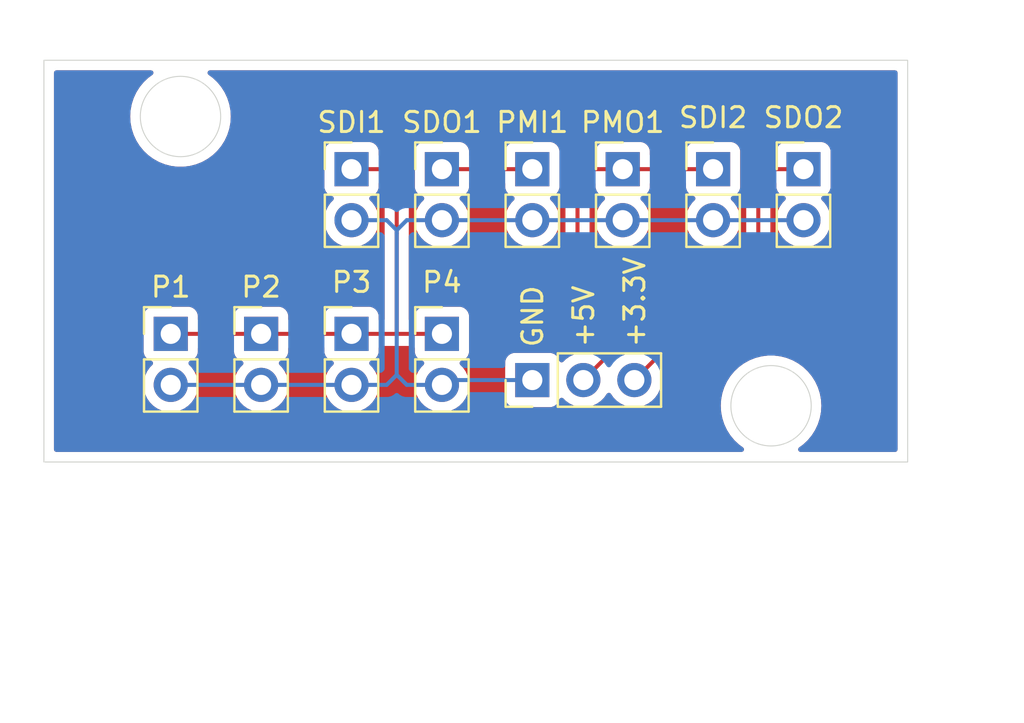
<source format=kicad_pcb>
(kicad_pcb (version 20240108) (generator "pcbnew") (generator_version "8.0")
  (layers (0 "F.Cu" signal) (31 "B.Cu" signal) (34 "B.Paste" user) (35 "F.Paste" user) (36 "B.SilkS" user "B.Silkscreen") (37 "F.SilkS" user "F.Silkscreen") (38 "B.Mask" user) (39 "F.Mask" user) (44 "Edge.Cuts" user))
  (net 0 "")
  (net 1 "/+5V")
  (net 2 "/GND")
  (net 3 "/+3_3V")
  (net 4 "/0~10V")
  (net 5 "/+5.5V")
  (footprint "Connector_PinHeader_2.54mm:PinHeader_1x02_P2.54mm_Vertical" (layer "F.Cu") (at 155.7 96.821)
    (property "Reference" "P3" (at 0 -2.56875 0) (layer "F.SilkS"))
    (property "Value" "Conn_01x02" (hide yes))
    (fp_line (start -1.33 -1.33) (end 0 -1.33) (stroke (width 0.12)) (layer "F.SilkS"))
    (fp_line (start -1.33 0) (end -1.33 -1.33) (stroke (width 0.12)) (layer "F.SilkS"))
    (fp_line (start -1.33 1.27) (end -1.33 3.87) (stroke (width 0.12)) (layer "F.SilkS"))
    (fp_line (start -1.33 1.27) (end 1.33 1.27) (stroke (width 0.12)) (layer "F.SilkS"))
    (fp_line (start -1.33 3.87) (end 1.33 3.87) (stroke (width 0.12)) (layer "F.SilkS"))
    (fp_line (start 1.33 1.27) (end 1.33 3.87) (stroke (width 0.12)) (layer "F.SilkS"))
    (pad "1" thru_hole rect (at 0 0) (size 1.7 1.7) (drill 1) (layers "*.Cu" "*.Mask") (net 4 "/0~10V"))
    (pad "2" thru_hole oval (at 0 2.54) (size 1.7 1.7) (drill 1) (layers "*.Cu" "*.Mask") (net 2 "/GND"))
  )
  (footprint "Connector_PinHeader_2.54mm:PinHeader_1x02_P2.54mm_Vertical" (layer "F.Cu") (at 151.2 96.821)
    (property "Reference" "P2" (at 0 -2.33 0) (layer "F.SilkS"))
    (property "Value" "Conn_01x02" (hide yes))
    (fp_line (start -1.33 -1.33) (end 0 -1.33) (stroke (width 0.12)) (layer "F.SilkS"))
    (fp_line (start -1.33 0) (end -1.33 -1.33) (stroke (width 0.12)) (layer "F.SilkS"))
    (fp_line (start -1.33 1.27) (end -1.33 3.87) (stroke (width 0.12)) (layer "F.SilkS"))
    (fp_line (start -1.33 1.27) (end 1.33 1.27) (stroke (width 0.12)) (layer "F.SilkS"))
    (fp_line (start -1.33 3.87) (end 1.33 3.87) (stroke (width 0.12)) (layer "F.SilkS"))
    (fp_line (start 1.33 1.27) (end 1.33 3.87) (stroke (width 0.12)) (layer "F.SilkS"))
    (pad "1" thru_hole rect (at 0 0) (size 1.7 1.7) (drill 1) (layers "*.Cu" "*.Mask") (net 4 "/0~10V"))
    (pad "2" thru_hole oval (at 0 2.54) (size 1.7 1.7) (drill 1) (layers "*.Cu" "*.Mask") (net 2 "/GND"))
  )
  (footprint "Connector_PinHeader_2.54mm:PinHeader_1x03_P2.54mm_Vertical" (layer "F.Cu") (at 164.7 99.121 90)
    (property "Reference" "SIGOUT1" (hide yes))
    (property "Value" "Conn_01x03" (hide yes))
    (fp_line (start -1.33 -1.33) (end 0 -1.33) (stroke (width 0.12)) (layer "F.SilkS"))
    (fp_line (start -1.33 0) (end -1.33 -1.33) (stroke (width 0.12)) (layer "F.SilkS"))
    (fp_line (start 1.33 1.27) (end 1.33 6.41) (stroke (width 0.12)) (layer "F.SilkS"))
    (fp_line (start -1.33 1.27) (end 1.33 1.27) (stroke (width 0.12)) (layer "F.SilkS"))
    (fp_line (start -1.33 1.27) (end -1.33 6.41) (stroke (width 0.12)) (layer "F.SilkS"))
    (fp_line (start -1.33 6.41) (end 1.33 6.41) (stroke (width 0.12)) (layer "F.SilkS"))
    (pad "1" thru_hole rect (at 0 0 90) (size 1.7 1.7) (drill 1) (layers "*.Cu" "*.Mask") (net 2 "/GND"))
    (pad "2" thru_hole oval (at 0 2.54 90) (size 1.7 1.7) (drill 1) (layers "*.Cu" "*.Mask") (net 1 "/+5V"))
    (pad "3" thru_hole oval (at 0 5.08 90) (size 1.7 1.7) (drill 1) (layers "*.Cu" "*.Mask") (net 3 "/+3_3V"))
  )
  (footprint "Connector_PinHeader_2.54mm:PinHeader_1x02_P2.54mm_Vertical" (layer "F.Cu") (at 160.2 96.821)
    (property "Reference" "P4" (at 0 -2.56875 0) (layer "F.SilkS"))
    (property "Value" "Conn_01x02" (hide yes))
    (fp_line (start -1.33 -1.33) (end 0 -1.33) (stroke (width 0.12)) (layer "F.SilkS"))
    (fp_line (start -1.33 0) (end -1.33 -1.33) (stroke (width 0.12)) (layer "F.SilkS"))
    (fp_line (start -1.33 1.27) (end -1.33 3.87) (stroke (width 0.12)) (layer "F.SilkS"))
    (fp_line (start -1.33 1.27) (end 1.33 1.27) (stroke (width 0.12)) (layer "F.SilkS"))
    (fp_line (start -1.33 3.87) (end 1.33 3.87) (stroke (width 0.12)) (layer "F.SilkS"))
    (fp_line (start 1.33 1.27) (end 1.33 3.87) (stroke (width 0.12)) (layer "F.SilkS"))
    (pad "1" thru_hole rect (at 0 0) (size 1.7 1.7) (drill 1) (layers "*.Cu" "*.Mask") (net 4 "/0~10V"))
    (pad "2" thru_hole oval (at 0 2.54) (size 1.7 1.7) (drill 1) (layers "*.Cu" "*.Mask") (net 2 "/GND"))
  )
  (footprint "Connector_PinHeader_2.54mm:PinHeader_1x02_P2.54mm_Vertical" (layer "F.Cu") (at 155.7 88.621)
    (property "Reference" "SDI1" (at 0 -2.33 0) (layer "F.SilkS"))
    (property "Value" "Conn_01x02" (hide yes))
    (fp_line (start -1.33 -1.33) (end 0 -1.33) (stroke (width 0.12)) (layer "F.SilkS"))
    (fp_line (start -1.33 0) (end -1.33 -1.33) (stroke (width 0.12)) (layer "F.SilkS"))
    (fp_line (start -1.33 1.27) (end -1.33 3.87) (stroke (width 0.12)) (layer "F.SilkS"))
    (fp_line (start -1.33 1.27) (end 1.33 1.27) (stroke (width 0.12)) (layer "F.SilkS"))
    (fp_line (start -1.33 3.87) (end 1.33 3.87) (stroke (width 0.12)) (layer "F.SilkS"))
    (fp_line (start 1.33 1.27) (end 1.33 3.87) (stroke (width 0.12)) (layer "F.SilkS"))
    (pad "1" thru_hole rect (at 0 0) (size 1.7 1.7) (drill 1) (layers "*.Cu" "*.Mask") (net 4 "/0~10V"))
    (pad "2" thru_hole oval (at 0 2.54) (size 1.7 1.7) (drill 1) (layers "*.Cu" "*.Mask") (net 2 "/GND"))
  )
  (footprint "Connector_PinHeader_2.54mm:PinHeader_1x02_P2.54mm_Vertical" (layer "F.Cu") (at 178.2 88.621)
    (property "Reference" "SDO2" (at 0 -2.56875 0) (layer "F.SilkS"))
    (property "Value" "Conn_01x02" (hide yes))
    (fp_line (start -1.33 -1.33) (end 0 -1.33) (stroke (width 0.12)) (layer "F.SilkS"))
    (fp_line (start -1.33 0) (end -1.33 -1.33) (stroke (width 0.12)) (layer "F.SilkS"))
    (fp_line (start -1.33 1.27) (end -1.33 3.87) (stroke (width 0.12)) (layer "F.SilkS"))
    (fp_line (start -1.33 1.27) (end 1.33 1.27) (stroke (width 0.12)) (layer "F.SilkS"))
    (fp_line (start -1.33 3.87) (end 1.33 3.87) (stroke (width 0.12)) (layer "F.SilkS"))
    (fp_line (start 1.33 1.27) (end 1.33 3.87) (stroke (width 0.12)) (layer "F.SilkS"))
    (pad "1" thru_hole rect (at 0 0) (size 1.7 1.7) (drill 1) (layers "*.Cu" "*.Mask") (net 3 "/+3_3V"))
    (pad "2" thru_hole oval (at 0 2.54) (size 1.7 1.7) (drill 1) (layers "*.Cu" "*.Mask") (net 2 "/GND"))
  )
  (footprint "Connector_PinHeader_2.54mm:PinHeader_1x02_P2.54mm_Vertical" (layer "F.Cu") (at 164.7 88.621)
    (property "Reference" "PMI1" (at 0 -2.33 0) (layer "F.SilkS"))
    (property "Value" "Conn_01x02" (hide yes))
    (fp_line (start -1.33 -1.33) (end 0 -1.33) (stroke (width 0.12)) (layer "F.SilkS"))
    (fp_line (start -1.33 0) (end -1.33 -1.33) (stroke (width 0.12)) (layer "F.SilkS"))
    (fp_line (start -1.33 1.27) (end -1.33 3.87) (stroke (width 0.12)) (layer "F.SilkS"))
    (fp_line (start -1.33 1.27) (end 1.33 1.27) (stroke (width 0.12)) (layer "F.SilkS"))
    (fp_line (start -1.33 3.87) (end 1.33 3.87) (stroke (width 0.12)) (layer "F.SilkS"))
    (fp_line (start 1.33 1.27) (end 1.33 3.87) (stroke (width 0.12)) (layer "F.SilkS"))
    (pad "1" thru_hole rect (at 0 0) (size 1.7 1.7) (drill 1) (layers "*.Cu" "*.Mask") (net 5 "/+5.5V"))
    (pad "2" thru_hole oval (at 0 2.54) (size 1.7 1.7) (drill 1) (layers "*.Cu" "*.Mask") (net 2 "/GND"))
  )
  (footprint "Connector_PinHeader_2.54mm:PinHeader_1x02_P2.54mm_Vertical" (layer "F.Cu") (at 146.7 96.821)
    (property "Reference" "P1" (at 0 -2.33 0) (layer "F.SilkS"))
    (property "Value" "Conn_01x02" (hide yes))
    (fp_line (start -1.33 -1.33) (end 0 -1.33) (stroke (width 0.12)) (layer "F.SilkS"))
    (fp_line (start -1.33 0) (end -1.33 -1.33) (stroke (width 0.12)) (layer "F.SilkS"))
    (fp_line (start -1.33 1.27) (end -1.33 3.87) (stroke (width 0.12)) (layer "F.SilkS"))
    (fp_line (start -1.33 1.27) (end 1.33 1.27) (stroke (width 0.12)) (layer "F.SilkS"))
    (fp_line (start -1.33 3.87) (end 1.33 3.87) (stroke (width 0.12)) (layer "F.SilkS"))
    (fp_line (start 1.33 1.27) (end 1.33 3.87) (stroke (width 0.12)) (layer "F.SilkS"))
    (pad "1" thru_hole rect (at 0 0) (size 1.7 1.7) (drill 1) (layers "*.Cu" "*.Mask") (net 4 "/0~10V"))
    (pad "2" thru_hole oval (at 0 2.54) (size 1.7 1.7) (drill 1) (layers "*.Cu" "*.Mask") (net 2 "/GND"))
  )
  (footprint "Connector_PinHeader_2.54mm:PinHeader_1x02_P2.54mm_Vertical" (layer "F.Cu") (at 173.7 88.621)
    (property "Reference" "SDI2" (at 0 -2.56875 0) (layer "F.SilkS"))
    (property "Value" "Conn_01x02" (hide yes))
    (fp_line (start -1.33 -1.33) (end 0 -1.33) (stroke (width 0.12)) (layer "F.SilkS"))
    (fp_line (start -1.33 0) (end -1.33 -1.33) (stroke (width 0.12)) (layer "F.SilkS"))
    (fp_line (start -1.33 1.27) (end -1.33 3.87) (stroke (width 0.12)) (layer "F.SilkS"))
    (fp_line (start -1.33 1.27) (end 1.33 1.27) (stroke (width 0.12)) (layer "F.SilkS"))
    (fp_line (start -1.33 3.87) (end 1.33 3.87) (stroke (width 0.12)) (layer "F.SilkS"))
    (fp_line (start 1.33 1.27) (end 1.33 3.87) (stroke (width 0.12)) (layer "F.SilkS"))
    (pad "1" thru_hole rect (at 0 0) (size 1.7 1.7) (drill 1) (layers "*.Cu" "*.Mask") (net 1 "/+5V"))
    (pad "2" thru_hole oval (at 0 2.54) (size 1.7 1.7) (drill 1) (layers "*.Cu" "*.Mask") (net 2 "/GND"))
  )
  (footprint "Connector_PinHeader_2.54mm:PinHeader_1x02_P2.54mm_Vertical" (layer "F.Cu") (at 169.2 88.621)
    (property "Reference" "PMO1" (at 0 -2.33 0) (layer "F.SilkS"))
    (property "Value" "Conn_01x02" (hide yes))
    (fp_line (start -1.33 -1.33) (end 0 -1.33) (stroke (width 0.12)) (layer "F.SilkS"))
    (fp_line (start -1.33 0) (end -1.33 -1.33) (stroke (width 0.12)) (layer "F.SilkS"))
    (fp_line (start -1.33 1.27) (end -1.33 3.87) (stroke (width 0.12)) (layer "F.SilkS"))
    (fp_line (start -1.33 1.27) (end 1.33 1.27) (stroke (width 0.12)) (layer "F.SilkS"))
    (fp_line (start -1.33 3.87) (end 1.33 3.87) (stroke (width 0.12)) (layer "F.SilkS"))
    (fp_line (start 1.33 1.27) (end 1.33 3.87) (stroke (width 0.12)) (layer "F.SilkS"))
    (pad "1" thru_hole rect (at 0 0) (size 1.7 1.7) (drill 1) (layers "*.Cu" "*.Mask") (net 1 "/+5V"))
    (pad "2" thru_hole oval (at 0 2.54) (size 1.7 1.7) (drill 1) (layers "*.Cu" "*.Mask") (net 2 "/GND"))
  )
  (footprint "Connector_PinHeader_2.54mm:PinHeader_1x02_P2.54mm_Vertical" (layer "F.Cu") (at 160.2 88.621)
    (property "Reference" "SDO1" (at 0 -2.33 0) (layer "F.SilkS"))
    (property "Value" "Conn_01x02" (hide yes))
    (fp_line (start -1.33 -1.33) (end 0 -1.33) (stroke (width 0.12)) (layer "F.SilkS"))
    (fp_line (start -1.33 0) (end -1.33 -1.33) (stroke (width 0.12)) (layer "F.SilkS"))
    (fp_line (start -1.33 1.27) (end -1.33 3.87) (stroke (width 0.12)) (layer "F.SilkS"))
    (fp_line (start -1.33 1.27) (end 1.33 1.27) (stroke (width 0.12)) (layer "F.SilkS"))
    (fp_line (start -1.33 3.87) (end 1.33 3.87) (stroke (width 0.12)) (layer "F.SilkS"))
    (fp_line (start 1.33 1.27) (end 1.33 3.87) (stroke (width 0.12)) (layer "F.SilkS"))
    (pad "1" thru_hole rect (at 0 0) (size 1.7 1.7) (drill 1) (layers "*.Cu" "*.Mask") (net 5 "/+5.5V"))
    (pad "2" thru_hole oval (at 0 2.54) (size 1.7 1.7) (drill 1) (layers "*.Cu" "*.Mask") (net 2 "/GND"))
  )
  (gr_circle (center 176.585714 100.4) (end 178.585714 100.4) (stroke (width 0.05)) (fill none) (layer "Edge.Cuts"))
  (gr_circle (center 147.185714 86) (end 149.185714 86) (stroke (width 0.05)) (fill none) (layer "Edge.Cuts"))
  (gr_rect (start 140.385714 83.2) (end 183.385714 103.2) (stroke (width 0.05)) (fill none) (layer "Edge.Cuts"))
  (gr_text "+3.3V" (at 170.38175 97.571 90) (layer "F.SilkS") (effects (font (size 1 1)) (justify left bottom)))
  (gr_text "GND" (at 165.30175 97.571 90) (layer "F.SilkS") (effects (font (size 1 1)) (justify left bottom)))
  (gr_text "+5V" (at 167.84175 97.571 90) (layer "F.SilkS") (effects (font (size 1 1)) (justify left bottom)))
  (segment (start 168.45 94.571) (end 166.95 93.071) (width 0.2) (layer "F.Cu") (net 1))
  (segment (start 166.95 93.071) (end 166.95 89.071) (width 0.2) (layer "F.Cu") (net 1))
  (segment (start 167.4 88.621) (end 169.2 88.621) (width 0.2) (layer "F.Cu") (net 1))
  (segment (start 169.2 88.621) (end 173.7 88.621) (width 0.2) (layer "F.Cu") (net 1))
  (segment (start 167.24 99.121) (end 168.45 97.911) (width 0.2) (layer "F.Cu") (net 1))
  (segment (start 168.45 97.911) (end 168.45 94.571) (width 0.2) (layer "F.Cu") (net 1))
  (segment (start 166.95 89.071) (end 167.4 88.621) (width 0.2) (layer "F.Cu") (net 1))
  (segment (start 157.95 91.661) (end 157.45 91.161) (width 0.2) (layer "B.Cu") (net 2))
  (segment (start 158.45 91.161) (end 178.2 91.161) (width 0.2) (layer "B.Cu") (net 2))
  (segment (start 157.95 98.861) (end 157.45 99.361) (width 0.2) (layer "B.Cu") (net 2))
  (segment (start 160.44 99.121) (end 160.2 99.361) (width 0.2) (layer "B.Cu") (net 2))
  (segment (start 164.7 99.121) (end 160.44 99.121) (width 0.2) (layer "B.Cu") (net 2))
  (segment (start 155.7 91.161) (end 157.45 91.161) (width 0.2) (layer "B.Cu") (net 2))
  (segment (start 146.7 99.361) (end 157.45 99.361) (width 0.2) (layer "B.Cu") (net 2))
  (segment (start 157.95 91.821) (end 157.95 91.661) (width 0.2) (layer "B.Cu") (net 2))
  (segment (start 157.95 91.661) (end 158.45 91.161) (width 0.2) (layer "B.Cu") (net 2))
  (segment (start 158.45 99.361) (end 160.2 99.361) (width 0.2) (layer "B.Cu") (net 2))
  (segment (start 157.95 98.861) (end 158.45 99.361) (width 0.2) (layer "B.Cu") (net 2))
  (segment (start 157.95 91.821) (end 157.95 98.861) (width 0.2) (layer "B.Cu") (net 2))
  (segment (start 175.7 93.571) (end 171.7 93.571) (width 0.2) (layer "F.Cu") (net 3))
  (segment (start 171.7 93.571) (end 171.2 94.071) (width 0.2) (layer "F.Cu") (net 3))
  (segment (start 175.95 89.071) (end 175.95 93.321) (width 0.2) (layer "F.Cu") (net 3))
  (segment (start 175.95 93.321) (end 175.7 93.571) (width 0.2) (layer "F.Cu") (net 3))
  (segment (start 176.4 88.621) (end 175.95 89.071) (width 0.2) (layer "F.Cu") (net 3))
  (segment (start 169.78 99.121) (end 171.2 97.701) (width 0.2) (layer "F.Cu") (net 3))
  (segment (start 178.2 88.621) (end 176.4 88.621) (width 0.2) (layer "F.Cu") (net 3))
  (segment (start 171.2 94.071) (end 171.2 97.701) (width 0.2) (layer "F.Cu") (net 3))
  (segment (start 160.2 96.821) (end 157.95 96.821) (width 0.2) (layer "F.Cu") (net 4))
  (segment (start 157.45 88.621) (end 157.5 88.621) (width 0.2) (layer "F.Cu") (net 4))
  (segment (start 157.95 96.821) (end 157.95 89.071) (width 0.2) (layer "F.Cu") (net 4))
  (segment (start 151.2 96.821) (end 155.7 96.821) (width 0.2) (layer "F.Cu") (net 4))
  (segment (start 155.7 88.621) (end 157.45 88.621) (width 0.2) (layer "F.Cu") (net 4))
  (segment (start 157.5 88.621) (end 157.95 89.071) (width 0.2) (layer "F.Cu") (net 4))
  (segment (start 157.95 96.821) (end 155.7 96.821) (width 0.2) (layer "F.Cu") (net 4))
  (segment (start 146.7 96.821) (end 151.2 96.821) (width 0.2) (layer "F.Cu") (net 4))
  (segment (start 160.2 88.621) (end 164.7 88.621) (width 0.2) (layer "F.Cu") (net 5))
  (zone (net 0) (net_name "") (layers "F&B.Cu") (connect_pads (clearance 0.5)) (min_thickness 0.25) (fill yes (thermal_gap 0.5) (thermal_bridge_width 0.5) (island_removal_mode 1) (island_area_min 10))
    (polygon (pts (xy 138.2 80.2) (xy 187.2 80.2) (xy 189.2 116.2) (xy 138.2 113.2)))
  )
)
</source>
